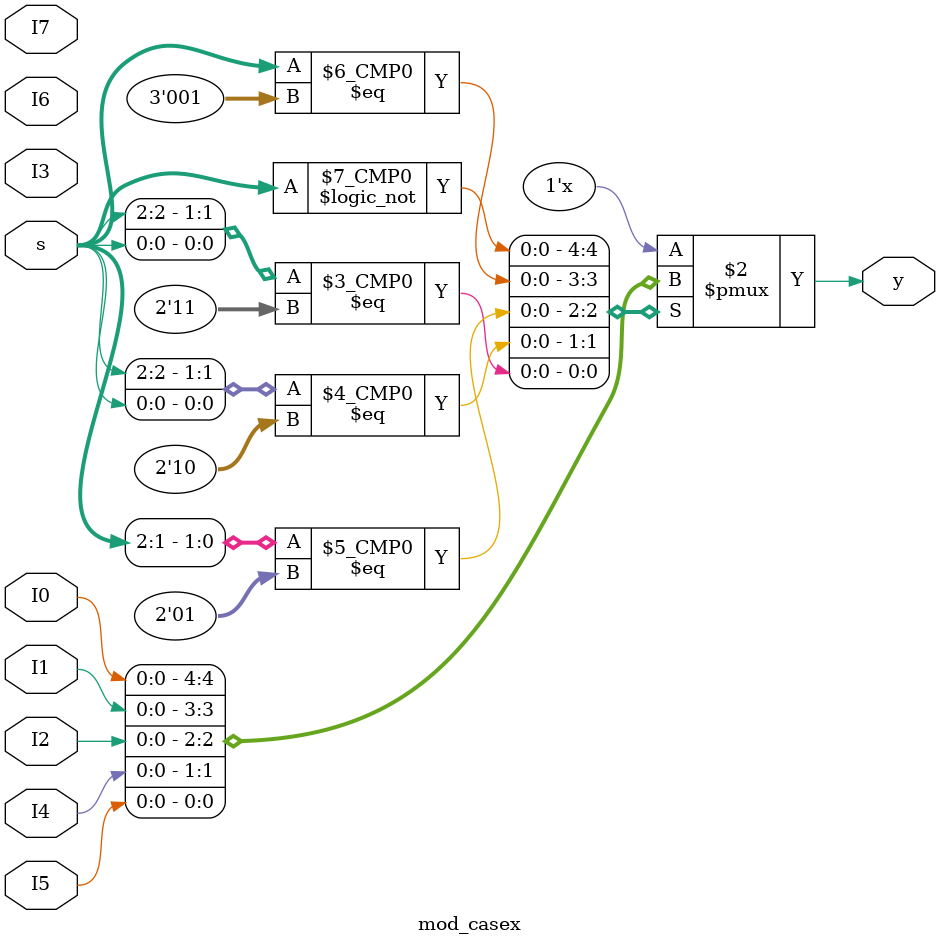
<source format=v>
`timescale 1ns / 1ps
module mod_casex(
output reg y,
input [2:0]s,
input I0,I1,I2,I3,I4,I5,I6,I7
    );
always@(*) begin
casex(s)
3'b000:y=I0;
3'b001:y=I1;
3'b01x:y=I2;
3'b011:y=I3;
3'b1x0:y=I4;// both the cases 100 & 110 will get selected and will not give the exact output for 110 as it is not considered
3'b1x1:y=I5; //both the cases 100 & 101 will get selected and will not give the exact output for 111 as it is not considered
3'b110:y=I6; 
3'b111:y=I7;
default:y=1'bx;
endcase
end
endmodule

</source>
